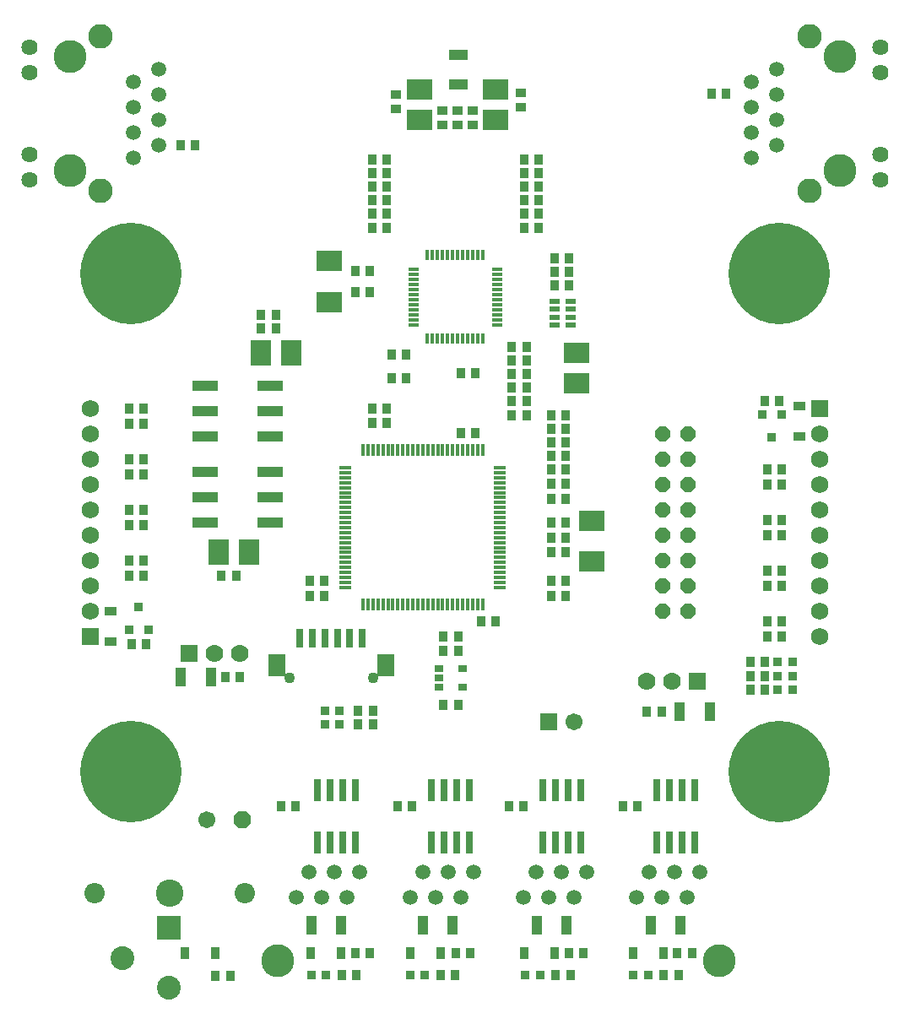
<source format=gts>
G75*
%MOIN*%
%OFA0B0*%
%FSLAX24Y24*%
%IPPOS*%
%LPD*%
%AMOC8*
5,1,8,0,0,1.08239X$1,22.5*
%
%ADD10R,0.0355X0.0257*%
%ADD11R,0.0160X0.0440*%
%ADD12R,0.0440X0.0160*%
%ADD13C,0.1300*%
%ADD14C,0.0970*%
%ADD15C,0.0640*%
%ADD16C,0.0590*%
%ADD17R,0.0512X0.0158*%
%ADD18R,0.0158X0.0512*%
%ADD19R,0.0700X0.0700*%
%ADD20C,0.0700*%
%ADD21R,0.0340X0.0340*%
%ADD22R,0.0985X0.0788*%
%ADD23R,0.0360X0.0400*%
%ADD24R,0.0400X0.0360*%
%ADD25R,0.1024X0.0808*%
%ADD26R,0.0808X0.1024*%
%ADD27R,0.0749X0.0434*%
%ADD28R,0.0434X0.0749*%
%ADD29R,0.0316X0.0749*%
%ADD30R,0.0670X0.0906*%
%ADD31C,0.0434*%
%ADD32R,0.1024X0.0434*%
%ADD33R,0.0394X0.0237*%
%ADD34C,0.4000*%
%ADD35R,0.0276X0.0906*%
%ADD36R,0.0685X0.0685*%
%ADD37C,0.0685*%
%ADD38R,0.0512X0.0375*%
%ADD39R,0.0940X0.0940*%
%ADD40C,0.0940*%
%ADD41OC8,0.0670*%
%ADD42C,0.0670*%
%ADD43R,0.0375X0.0512*%
%ADD44OC8,0.0600*%
%ADD45C,0.1080*%
%ADD46C,0.0805*%
%ADD47R,0.0670X0.0670*%
D10*
X018988Y015386D03*
X018988Y015760D03*
X018988Y016134D03*
X019932Y016134D03*
X019932Y015386D03*
D11*
X019940Y029150D03*
X019740Y029150D03*
X019540Y029150D03*
X019340Y029150D03*
X019140Y029150D03*
X018940Y029150D03*
X018740Y029150D03*
X018540Y029150D03*
X020140Y029150D03*
X020340Y029150D03*
X020540Y029150D03*
X020740Y029150D03*
X020740Y032450D03*
X020540Y032450D03*
X020340Y032450D03*
X020140Y032450D03*
X019940Y032450D03*
X019740Y032450D03*
X019540Y032450D03*
X019340Y032450D03*
X019140Y032450D03*
X018940Y032450D03*
X018740Y032450D03*
X018540Y032450D03*
D12*
X017990Y031900D03*
X017990Y031700D03*
X017990Y031500D03*
X017990Y031300D03*
X017990Y031100D03*
X017990Y030900D03*
X017990Y030700D03*
X017990Y030500D03*
X017990Y030300D03*
X017990Y030100D03*
X017990Y029900D03*
X017990Y029700D03*
X021290Y029700D03*
X021290Y029900D03*
X021290Y030100D03*
X021290Y030300D03*
X021290Y030500D03*
X021290Y030700D03*
X021290Y030900D03*
X021290Y031100D03*
X021290Y031300D03*
X021290Y031500D03*
X021290Y031700D03*
X021290Y031900D03*
D13*
X034840Y035800D03*
X034840Y040300D03*
X004440Y040300D03*
X004440Y035800D03*
X012620Y004600D03*
X030060Y004600D03*
D14*
X033640Y035000D03*
X033640Y041100D03*
X005640Y041100D03*
X005640Y035000D03*
D15*
X002840Y035440D03*
X002840Y036440D03*
X002840Y039660D03*
X002840Y040660D03*
X036440Y040660D03*
X036440Y039660D03*
X036440Y036440D03*
X036440Y035440D03*
D16*
X032340Y036800D03*
X032340Y037800D03*
X032340Y038800D03*
X032340Y039800D03*
X031340Y039300D03*
X031340Y038300D03*
X031340Y037300D03*
X031340Y036300D03*
X007940Y036800D03*
X007940Y037800D03*
X007940Y038800D03*
X007940Y039800D03*
X006940Y039300D03*
X006940Y038300D03*
X006940Y037300D03*
X006940Y036300D03*
X013870Y008100D03*
X013370Y007100D03*
X014370Y007100D03*
X015370Y007100D03*
X014870Y008100D03*
X015870Y008100D03*
X017850Y007100D03*
X018350Y008100D03*
X018850Y007100D03*
X019850Y007100D03*
X019350Y008100D03*
X020350Y008100D03*
X022330Y007100D03*
X022830Y008100D03*
X023330Y007100D03*
X024330Y007100D03*
X023830Y008100D03*
X024830Y008100D03*
X026810Y007100D03*
X027810Y007100D03*
X027310Y008100D03*
X028310Y008100D03*
X029310Y008100D03*
X028810Y007100D03*
D17*
X021411Y019338D03*
X021411Y019535D03*
X021411Y019731D03*
X021411Y019928D03*
X021411Y020125D03*
X021411Y020322D03*
X021411Y020519D03*
X021411Y020716D03*
X021411Y020913D03*
X021411Y021109D03*
X021411Y021306D03*
X021411Y021503D03*
X021411Y021700D03*
X021411Y021897D03*
X021411Y022094D03*
X021411Y022291D03*
X021411Y022487D03*
X021411Y022684D03*
X021411Y022881D03*
X021411Y023078D03*
X021411Y023275D03*
X021411Y023472D03*
X021411Y023669D03*
X021411Y023865D03*
X021411Y024062D03*
X015309Y024062D03*
X015309Y023865D03*
X015309Y023669D03*
X015309Y023472D03*
X015309Y023275D03*
X015309Y023078D03*
X015309Y022881D03*
X015309Y022684D03*
X015309Y022487D03*
X015309Y022291D03*
X015309Y022094D03*
X015309Y021897D03*
X015309Y021700D03*
X015309Y021503D03*
X015309Y021306D03*
X015309Y021109D03*
X015309Y020913D03*
X015309Y020716D03*
X015309Y020519D03*
X015309Y020322D03*
X015309Y020125D03*
X015309Y019928D03*
X015309Y019731D03*
X015309Y019535D03*
X015309Y019338D03*
D18*
X015998Y018649D03*
X016195Y018649D03*
X016391Y018649D03*
X016588Y018649D03*
X016785Y018649D03*
X016982Y018649D03*
X017179Y018649D03*
X017376Y018649D03*
X017573Y018649D03*
X017769Y018649D03*
X017966Y018649D03*
X018163Y018649D03*
X018360Y018649D03*
X018557Y018649D03*
X018754Y018649D03*
X018951Y018649D03*
X019147Y018649D03*
X019344Y018649D03*
X019541Y018649D03*
X019738Y018649D03*
X019935Y018649D03*
X020132Y018649D03*
X020329Y018649D03*
X020525Y018649D03*
X020722Y018649D03*
X020722Y024751D03*
X020525Y024751D03*
X020329Y024751D03*
X020132Y024751D03*
X019935Y024751D03*
X019738Y024751D03*
X019541Y024751D03*
X019344Y024751D03*
X019147Y024751D03*
X018951Y024751D03*
X018754Y024751D03*
X018557Y024751D03*
X018360Y024751D03*
X018163Y024751D03*
X017966Y024751D03*
X017769Y024751D03*
X017573Y024751D03*
X017376Y024751D03*
X017179Y024751D03*
X016982Y024751D03*
X016785Y024751D03*
X016588Y024751D03*
X016391Y024751D03*
X016195Y024751D03*
X015998Y024751D03*
D19*
X009140Y016720D03*
X029200Y015640D03*
D20*
X028200Y015640D03*
X027200Y015640D03*
X011140Y016720D03*
X010140Y016720D03*
D21*
X007515Y017650D03*
X006765Y017650D03*
X007140Y018550D03*
X014490Y014460D03*
X014490Y013920D03*
X015070Y013920D03*
X015070Y014460D03*
X014530Y004020D03*
X013950Y004020D03*
X017850Y004020D03*
X018430Y004020D03*
X022410Y004020D03*
X022990Y004020D03*
X026670Y004020D03*
X027250Y004020D03*
X032370Y015300D03*
X032370Y015840D03*
X032370Y016380D03*
X032950Y016380D03*
X032950Y015840D03*
X032950Y015300D03*
X032140Y025250D03*
X031765Y026150D03*
X032515Y026150D03*
D22*
X025040Y021967D03*
X025040Y020353D03*
X014660Y030613D03*
X014660Y032227D03*
D23*
X015690Y031840D03*
X016270Y031840D03*
X016270Y031000D03*
X015690Y031000D03*
X017130Y028540D03*
X017710Y028540D03*
X017710Y027580D03*
X017130Y027580D03*
X016930Y026380D03*
X016930Y025840D03*
X016350Y025840D03*
X016350Y026380D03*
X019850Y025440D03*
X020430Y025440D03*
X021870Y026140D03*
X021870Y026680D03*
X021870Y027220D03*
X021870Y027760D03*
X021870Y028300D03*
X021870Y028840D03*
X022450Y028840D03*
X022450Y028300D03*
X022450Y027760D03*
X022450Y027220D03*
X022450Y026680D03*
X022450Y026140D03*
X023430Y026140D03*
X024010Y026140D03*
X024010Y025600D03*
X024010Y025060D03*
X024010Y024520D03*
X024010Y023980D03*
X024010Y023440D03*
X023430Y023440D03*
X023430Y023980D03*
X023430Y024520D03*
X023430Y025060D03*
X023430Y025600D03*
X023430Y022840D03*
X024010Y022840D03*
X024010Y021880D03*
X023430Y021880D03*
X023430Y021280D03*
X023430Y020740D03*
X024010Y020740D03*
X024010Y021280D03*
X024010Y019600D03*
X023430Y019600D03*
X023430Y019000D03*
X024010Y019000D03*
X021230Y018000D03*
X020650Y018000D03*
X019750Y017380D03*
X019750Y016840D03*
X019170Y016840D03*
X019170Y017380D03*
X019170Y014680D03*
X019750Y014680D03*
X016390Y014460D03*
X016390Y013920D03*
X015810Y013920D03*
X015810Y014460D03*
X017350Y010700D03*
X017930Y010700D03*
X021750Y010700D03*
X022330Y010700D03*
X026250Y010700D03*
X026830Y010700D03*
X027210Y014440D03*
X027790Y014440D03*
X031290Y015300D03*
X031290Y015840D03*
X031290Y016380D03*
X031870Y016380D03*
X031870Y015840D03*
X031870Y015300D03*
X031950Y017400D03*
X032530Y017400D03*
X032530Y018000D03*
X031950Y018000D03*
X031950Y019400D03*
X032530Y019400D03*
X032530Y020000D03*
X031950Y020000D03*
X031950Y021400D03*
X032530Y021400D03*
X032530Y022000D03*
X031950Y022000D03*
X031950Y023400D03*
X032530Y023400D03*
X032530Y024000D03*
X031950Y024000D03*
X031850Y026700D03*
X032430Y026700D03*
X024130Y031260D03*
X024130Y031800D03*
X024130Y032340D03*
X023550Y032340D03*
X023550Y031800D03*
X023550Y031260D03*
X022930Y033540D03*
X022930Y034080D03*
X022930Y034620D03*
X022930Y035160D03*
X022930Y035700D03*
X022930Y036240D03*
X022350Y036240D03*
X022350Y035700D03*
X022350Y035160D03*
X022350Y034620D03*
X022350Y034080D03*
X022350Y033540D03*
X016930Y033540D03*
X016930Y034080D03*
X016930Y034620D03*
X016930Y035160D03*
X016930Y035700D03*
X016930Y036240D03*
X016350Y036240D03*
X016350Y035700D03*
X016350Y035160D03*
X016350Y034620D03*
X016350Y034080D03*
X016350Y033540D03*
X012550Y030100D03*
X012550Y029560D03*
X011970Y029560D03*
X011970Y030100D03*
X007330Y026400D03*
X006750Y026400D03*
X006750Y025800D03*
X007330Y025800D03*
X007330Y024400D03*
X006750Y024400D03*
X006750Y023800D03*
X007330Y023800D03*
X007330Y022400D03*
X006750Y022400D03*
X006750Y021800D03*
X007330Y021800D03*
X007330Y020400D03*
X006750Y020400D03*
X006750Y019800D03*
X007330Y019800D03*
X007430Y017100D03*
X006850Y017100D03*
X010550Y015780D03*
X011130Y015780D03*
X013890Y019000D03*
X013890Y019600D03*
X014470Y019600D03*
X014470Y019000D03*
X010990Y019780D03*
X010410Y019780D03*
X012750Y010700D03*
X013330Y010700D03*
X015690Y004900D03*
X016270Y004900D03*
X015730Y004020D03*
X015150Y004020D03*
X019050Y004020D03*
X019630Y004020D03*
X019650Y004900D03*
X020230Y004900D03*
X023610Y004020D03*
X024190Y004020D03*
X024130Y004900D03*
X024710Y004900D03*
X027870Y004020D03*
X028450Y004020D03*
X028410Y004900D03*
X028990Y004900D03*
X010750Y004000D03*
X010170Y004000D03*
X019850Y027800D03*
X020430Y027800D03*
X029750Y038820D03*
X030330Y038820D03*
X009370Y036780D03*
X008790Y036780D03*
D24*
X017300Y038230D03*
X017300Y038810D03*
X019140Y038170D03*
X019140Y037590D03*
X019740Y037590D03*
X019740Y038170D03*
X020340Y038170D03*
X020340Y037590D03*
X022220Y038290D03*
X022220Y038870D03*
D25*
X021240Y039000D03*
X021240Y037800D03*
X018240Y037800D03*
X018240Y039000D03*
X024440Y028600D03*
X024440Y027400D03*
D26*
X013160Y028600D03*
X011960Y028600D03*
X011500Y020720D03*
X010300Y020720D03*
D27*
X019760Y039189D03*
X019760Y040371D03*
D28*
X009991Y015780D03*
X008809Y015780D03*
X013949Y006000D03*
X015131Y006000D03*
X018349Y006000D03*
X019531Y006000D03*
X022849Y006000D03*
X024031Y006000D03*
X027349Y006000D03*
X028531Y006000D03*
X028509Y014440D03*
X029691Y014440D03*
D29*
X015970Y017323D03*
X015478Y017323D03*
X014986Y017323D03*
X014494Y017323D03*
X014002Y017323D03*
X013510Y017323D03*
D30*
X012584Y016260D03*
X016896Y016260D03*
D31*
X016386Y015748D03*
X013094Y015748D03*
D32*
X012320Y021900D03*
X012320Y022900D03*
X012320Y023900D03*
X012320Y025300D03*
X012320Y026300D03*
X012320Y027300D03*
X009760Y027300D03*
X009760Y026300D03*
X009760Y025300D03*
X009760Y023900D03*
X009760Y022900D03*
X009760Y021900D03*
D33*
X023565Y029688D03*
X023565Y030003D03*
X023565Y030317D03*
X023565Y030632D03*
X024195Y030632D03*
X024195Y030317D03*
X024195Y030003D03*
X024195Y029688D03*
D34*
X032435Y031743D03*
X032435Y012057D03*
X006845Y012057D03*
X006845Y031743D03*
D35*
X014190Y011324D03*
X014690Y011324D03*
X015190Y011324D03*
X015690Y011324D03*
X015690Y009276D03*
X015190Y009276D03*
X014690Y009276D03*
X014190Y009276D03*
X018690Y009276D03*
X019190Y009276D03*
X019690Y009276D03*
X020190Y009276D03*
X020190Y011324D03*
X019690Y011324D03*
X019190Y011324D03*
X018690Y011324D03*
X023090Y011324D03*
X023590Y011324D03*
X024090Y011324D03*
X024590Y011324D03*
X024590Y009276D03*
X024090Y009276D03*
X023590Y009276D03*
X023090Y009276D03*
X027590Y009276D03*
X028090Y009276D03*
X028590Y009276D03*
X029090Y009276D03*
X029090Y011324D03*
X028590Y011324D03*
X028090Y011324D03*
X027590Y011324D03*
D36*
X034040Y026400D03*
X005240Y017400D03*
D37*
X005240Y018400D03*
X005240Y019400D03*
X005240Y020400D03*
X005240Y021400D03*
X005240Y022400D03*
X005240Y023400D03*
X005240Y024400D03*
X005240Y025400D03*
X005240Y026400D03*
X034040Y025400D03*
X034040Y024400D03*
X034040Y023400D03*
X034040Y022400D03*
X034040Y021400D03*
X034040Y020400D03*
X034040Y019400D03*
X034040Y018400D03*
X034040Y017400D03*
D38*
X033240Y025300D03*
X033240Y026500D03*
X006040Y018400D03*
X006040Y017200D03*
D39*
X008340Y005890D03*
D40*
X006490Y004710D03*
X008340Y003530D03*
D41*
X011240Y010160D03*
D42*
X009840Y010160D03*
X024340Y014040D03*
D43*
X023560Y004900D03*
X022360Y004900D03*
X019060Y004900D03*
X017860Y004900D03*
X015140Y004900D03*
X013940Y004900D03*
X010160Y004900D03*
X008960Y004900D03*
X026680Y004900D03*
X027880Y004900D03*
D44*
X027840Y018400D03*
X027840Y019400D03*
X027840Y020400D03*
X027840Y021400D03*
X027840Y022400D03*
X028840Y022400D03*
X028840Y021400D03*
X028840Y020400D03*
X028840Y019400D03*
X028840Y018400D03*
X028840Y023400D03*
X028840Y024400D03*
X028840Y025400D03*
X027840Y025400D03*
X027840Y024400D03*
X027840Y023400D03*
D45*
X008360Y007260D03*
D46*
X005390Y007260D03*
X011330Y007260D03*
D47*
X023340Y014040D03*
M02*

</source>
